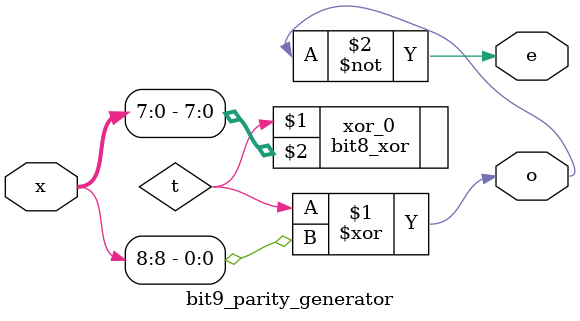
<source format=v>
`timescale 1ns / 1ps


module bit9_parity_generator(
        e, o, x
    );
    input [8: 0] x;
    wire t;
    output o;
    output e;
    
    bit8_xor xor_0(t, x[7: 0]);
    xor xor_o(o, t, x[8]);
    not not_e(e, o);
    
endmodule

</source>
